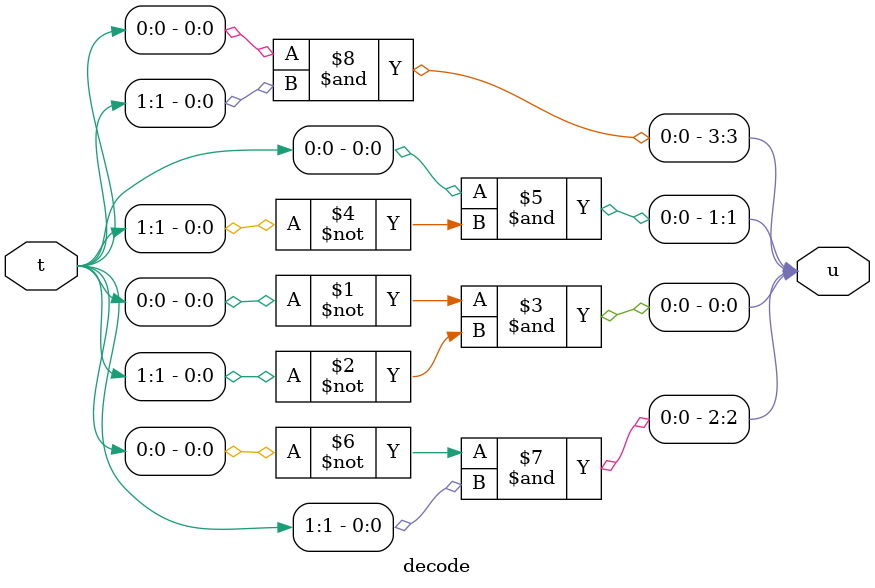
<source format=v>
module mux4(s,i,y);
input [1:0]s;
input [3:0]i;
output  y;
wire [3:0]d;

decode a(s,d);
buffer t1(i[0],d[0],y);
buffer t2(i[1],d[1],y);
buffer t3(i[2],d[2],y);
buffer t4(i[3],d[3],y);
endmodule


module buffer(ctrl,in,z);
input ctrl,in;
output z;
bufif1 B(z,ctrl,in);
endmodule

module decode(t,u);
input [1:0]t;
output [3:0]u;
assign u[0]=~t[0]&~t[1];
assign u[1]=t[0]&~t[1];
assign u[2]=~t[0]&t[1];
assign u[3]=t[0]&t[1];

endmodule

</source>
